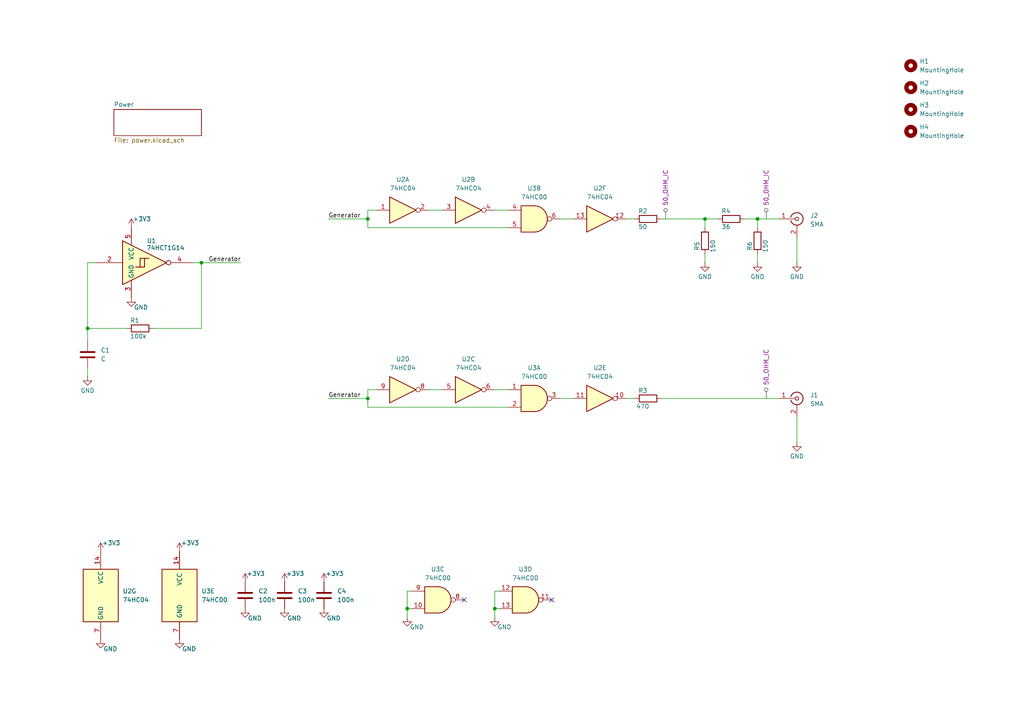
<source format=kicad_sch>
(kicad_sch (version 20250114) (generator "eeschema") (generator_version "9.0")
  (paper "A4")
  (lib_symbols
    (symbol "74xGxx:74AHC1G14"
      (property "Reference" "U" (at 0 3.81 0))
      (property "Value" "74AHC1G14" (at 0 -3.81 0))
      (symbol "74AHC1G14_0_1"
        (polyline (pts (xy -7.62 6.35) (xy -7.62 -6.35) (xy 5.08 0) (xy -7.62 6.35)) (stroke (width 0.254)) (fill (type background)))
      )
      (symbol "74AHC1G14_1_1"
        (polyline (pts (xy -3.81 -1.27) (xy -1.27 -1.27) (xy -1.27 1.27)) (stroke (width 0.254)))
        (polyline (pts (xy -2.54 -1.27) (xy -2.54 1.27) (xy 0 1.27)) (stroke (width 0.254)))
        (pin input line (at -15.24 0 0) (length 7.62) (name "~") (number "2"))
        (pin no_connect line (at -7.62 5.08 180) (length 5.08) (hide yes) (name "NC") (number "1"))
        (pin power_in line (at -5.08 10.16 270) (length 5.08) (name "VCC") (number "5"))
        (pin power_in line (at -5.08 -10.16 90) (length 5.08) (name "GND") (number "3"))
        (pin output inverted (at 12.7 0 180) (length 7.62) (name "~") (number "4"))
      )
    )
    (symbol "74xx:74HC00" (pin_names (offset 1.016))
      (property "Reference" "U" (at 0 1.27 0))
      (property "Value" "74HC00" (at 0 -1.27 0))
      (symbol "74HC00_1_1"
        (arc (start 0 3.81) (mid 3.7934 0) (end 0 -3.81) (stroke (width 0.254)) (fill (type background)))
        (polyline (pts (xy 0 3.81) (xy -3.81 3.81) (xy -3.81 -3.81) (xy 0 -3.81)) (stroke (width 0.254)) (fill (type background)))
        (pin input line (at -7.62 2.54 0) (length 3.81) (name "~") (number "1"))
        (pin input line (at -7.62 -2.54 0) (length 3.81) (name "~") (number "2"))
        (pin output inverted (at 7.62 0 180) (length 3.81) (name "~") (number "3"))
      )
      (symbol "74HC00_1_2"
        (arc (start -3.81 3.81) (mid -2.589 0) (end -3.81 -3.81) (stroke (width 0.254)))
        (polyline (pts (xy -3.81 3.81) (xy -0.635 3.81)) (stroke (width 0.254)) (fill (type background)))
        (polyline (pts (xy -3.81 -3.81) (xy -0.635 -3.81)) (stroke (width 0.254)) (fill (type background)))
        (arc (start 3.81 0) (mid 2.1855 -2.584) (end -0.6096 -3.81) (stroke (width 0.254)) (fill (type background)))
        (arc (start -0.6096 3.81) (mid 2.1928 2.5924) (end 3.81 0) (stroke (width 0.254)) (fill (type background)))
        (polyline (pts (xy -0.635 3.81) (xy -3.81 3.81) (xy -3.81 3.81) (xy -3.556 3.4036) (xy -3.0226 2.2606) (xy -2.6924 1.0414) (xy -2.6162 -0.254) (xy -2.7686 -1.4986) (xy -3.175 -2.7178) (xy -3.81 -3.81) (xy -3.81 -3.81) (xy -0.635 -3.81)) (stroke (width -25.4)) (fill (type background)))
        (pin input inverted (at -7.62 2.54 0) (length 4.318) (name "~") (number "1"))
        (pin input inverted (at -7.62 -2.54 0) (length 4.318) (name "~") (number "2"))
        (pin output line (at 7.62 0 180) (length 3.81) (name "~") (number "3"))
      )
      (symbol "74HC00_2_1"
        (arc (start 0 3.81) (mid 3.7934 0) (end 0 -3.81) (stroke (width 0.254)) (fill (type background)))
        (polyline (pts (xy 0 3.81) (xy -3.81 3.81) (xy -3.81 -3.81) (xy 0 -3.81)) (stroke (width 0.254)) (fill (type background)))
        (pin input line (at -7.62 2.54 0) (length 3.81) (name "~") (number "4"))
        (pin input line (at -7.62 -2.54 0) (length 3.81) (name "~") (number "5"))
        (pin output inverted (at 7.62 0 180) (length 3.81) (name "~") (number "6"))
      )
      (symbol "74HC00_2_2"
        (arc (start -3.81 3.81) (mid -2.589 0) (end -3.81 -3.81) (stroke (width 0.254)))
        (polyline (pts (xy -3.81 3.81) (xy -0.635 3.81)) (stroke (width 0.254)) (fill (type background)))
        (polyline (pts (xy -3.81 -3.81) (xy -0.635 -3.81)) (stroke (width 0.254)) (fill (type background)))
        (arc (start 3.81 0) (mid 2.1855 -2.584) (end -0.6096 -3.81) (stroke (width 0.254)) (fill (type background)))
        (arc (start -0.6096 3.81) (mid 2.1928 2.5924) (end 3.81 0) (stroke (width 0.254)) (fill (type background)))
        (polyline (pts (xy -0.635 3.81) (xy -3.81 3.81) (xy -3.81 3.81) (xy -3.556 3.4036) (xy -3.0226 2.2606) (xy -2.6924 1.0414) (xy -2.6162 -0.254) (xy -2.7686 -1.4986) (xy -3.175 -2.7178) (xy -3.81 -3.81) (xy -3.81 -3.81) (xy -0.635 -3.81)) (stroke (width -25.4)) (fill (type background)))
        (pin input inverted (at -7.62 2.54 0) (length 4.318) (name "~") (number "4"))
        (pin input inverted (at -7.62 -2.54 0) (length 4.318) (name "~") (number "5"))
        (pin output line (at 7.62 0 180) (length 3.81) (name "~") (number "6"))
      )
      (symbol "74HC00_3_1"
        (arc (start 0 3.81) (mid 3.7934 0) (end 0 -3.81) (stroke (width 0.254)) (fill (type background)))
        (polyline (pts (xy 0 3.81) (xy -3.81 3.81) (xy -3.81 -3.81) (xy 0 -3.81)) (stroke (width 0.254)) (fill (type background)))
        (pin input line (at -7.62 2.54 0) (length 3.81) (name "~") (number "9"))
        (pin input line (at -7.62 -2.54 0) (length 3.81) (name "~") (number "10"))
        (pin output inverted (at 7.62 0 180) (length 3.81) (name "~") (number "8"))
      )
      (symbol "74HC00_3_2"
        (arc (start -3.81 3.81) (mid -2.589 0) (end -3.81 -3.81) (stroke (width 0.254)))
        (polyline (pts (xy -3.81 3.81) (xy -0.635 3.81)) (stroke (width 0.254)) (fill (type background)))
        (polyline (pts (xy -3.81 -3.81) (xy -0.635 -3.81)) (stroke (width 0.254)) (fill (type background)))
        (arc (start 3.81 0) (mid 2.1855 -2.584) (end -0.6096 -3.81) (stroke (width 0.254)) (fill (type background)))
        (arc (start -0.6096 3.81) (mid 2.1928 2.5924) (end 3.81 0) (stroke (width 0.254)) (fill (type background)))
        (polyline (pts (xy -0.635 3.81) (xy -3.81 3.81) (xy -3.81 3.81) (xy -3.556 3.4036) (xy -3.0226 2.2606) (xy -2.6924 1.0414) (xy -2.6162 -0.254) (xy -2.7686 -1.4986) (xy -3.175 -2.7178) (xy -3.81 -3.81) (xy -3.81 -3.81) (xy -0.635 -3.81)) (stroke (width -25.4)) (fill (type background)))
        (pin input inverted (at -7.62 2.54 0) (length 4.318) (name "~") (number "9"))
        (pin input inverted (at -7.62 -2.54 0) (length 4.318) (name "~") (number "10"))
        (pin output line (at 7.62 0 180) (length 3.81) (name "~") (number "8"))
      )
      (symbol "74HC00_4_1"
        (arc (start 0 3.81) (mid 3.7934 0) (end 0 -3.81) (stroke (width 0.254)) (fill (type background)))
        (polyline (pts (xy 0 3.81) (xy -3.81 3.81) (xy -3.81 -3.81) (xy 0 -3.81)) (stroke (width 0.254)) (fill (type background)))
        (pin input line (at -7.62 2.54 0) (length 3.81) (name "~") (number "12"))
        (pin input line (at -7.62 -2.54 0) (length 3.81) (name "~") (number "13"))
        (pin output inverted (at 7.62 0 180) (length 3.81) (name "~") (number "11"))
      )
      (symbol "74HC00_4_2"
        (arc (start -3.81 3.81) (mid -2.589 0) (end -3.81 -3.81) (stroke (width 0.254)))
        (polyline (pts (xy -3.81 3.81) (xy -0.635 3.81)) (stroke (width 0.254)) (fill (type background)))
        (polyline (pts (xy -3.81 -3.81) (xy -0.635 -3.81)) (stroke (width 0.254)) (fill (type background)))
        (arc (start 3.81 0) (mid 2.1855 -2.584) (end -0.6096 -3.81) (stroke (width 0.254)) (fill (type background)))
        (arc (start -0.6096 3.81) (mid 2.1928 2.5924) (end 3.81 0) (stroke (width 0.254)) (fill (type background)))
        (polyline (pts (xy -0.635 3.81) (xy -3.81 3.81) (xy -3.81 3.81) (xy -3.556 3.4036) (xy -3.0226 2.2606) (xy -2.6924 1.0414) (xy -2.6162 -0.254) (xy -2.7686 -1.4986) (xy -3.175 -2.7178) (xy -3.81 -3.81) (xy -3.81 -3.81) (xy -0.635 -3.81)) (stroke (width -25.4)) (fill (type background)))
        (pin input inverted (at -7.62 2.54 0) (length 4.318) (name "~") (number "12"))
        (pin input inverted (at -7.62 -2.54 0) (length 4.318) (name "~") (number "13"))
        (pin output line (at 7.62 0 180) (length 3.81) (name "~") (number "11"))
      )
      (symbol "74HC00_5_0"
        (pin power_in line (at 0 12.7 270) (length 5.08) (name "VCC") (number "14"))
        (pin power_in line (at 0 -12.7 90) (length 5.08) (name "GND") (number "7"))
      )
      (symbol "74HC00_5_1"
        (rectangle (start -5.08 7.62) (end 5.08 -7.62) (stroke (width 0.254)) (fill (type background)))
      )
    )
    (symbol "74xx:74HC04"
      (property "Reference" "U" (at 0 1.27 0))
      (property "Value" "74HC04" (at 0 -1.27 0))
      (symbol "74HC04_1_0"
        (polyline (pts (xy -3.81 3.81) (xy -3.81 -3.81) (xy 3.81 0) (xy -3.81 3.81)) (stroke (width 0.254)) (fill (type background)))
        (pin input line (at -7.62 0 0) (length 3.81) (name "~") (number "1"))
        (pin output inverted (at 7.62 0 180) (length 3.81) (name "~") (number "2"))
      )
      (symbol "74HC04_2_0"
        (polyline (pts (xy -3.81 3.81) (xy -3.81 -3.81) (xy 3.81 0) (xy -3.81 3.81)) (stroke (width 0.254)) (fill (type background)))
        (pin input line (at -7.62 0 0) (length 3.81) (name "~") (number "3"))
        (pin output inverted (at 7.62 0 180) (length 3.81) (name "~") (number "4"))
      )
      (symbol "74HC04_3_0"
        (polyline (pts (xy -3.81 3.81) (xy -3.81 -3.81) (xy 3.81 0) (xy -3.81 3.81)) (stroke (width 0.254)) (fill (type background)))
        (pin input line (at -7.62 0 0) (length 3.81) (name "~") (number "5"))
        (pin output inverted (at 7.62 0 180) (length 3.81) (name "~") (number "6"))
      )
      (symbol "74HC04_4_0"
        (polyline (pts (xy -3.81 3.81) (xy -3.81 -3.81) (xy 3.81 0) (xy -3.81 3.81)) (stroke (width 0.254)) (fill (type background)))
        (pin input line (at -7.62 0 0) (length 3.81) (name "~") (number "9"))
        (pin output inverted (at 7.62 0 180) (length 3.81) (name "~") (number "8"))
      )
      (symbol "74HC04_5_0"
        (polyline (pts (xy -3.81 3.81) (xy -3.81 -3.81) (xy 3.81 0) (xy -3.81 3.81)) (stroke (width 0.254)) (fill (type background)))
        (pin input line (at -7.62 0 0) (length 3.81) (name "~") (number "11"))
        (pin output inverted (at 7.62 0 180) (length 3.81) (name "~") (number "10"))
      )
      (symbol "74HC04_6_0"
        (polyline (pts (xy -3.81 3.81) (xy -3.81 -3.81) (xy 3.81 0) (xy -3.81 3.81)) (stroke (width 0.254)) (fill (type background)))
        (pin input line (at -7.62 0 0) (length 3.81) (name "~") (number "13"))
        (pin output inverted (at 7.62 0 180) (length 3.81) (name "~") (number "12"))
      )
      (symbol "74HC04_7_0"
        (pin power_in line (at 0 12.7 270) (length 5.08) (name "VCC") (number "14"))
        (pin power_in line (at 0 -12.7 90) (length 5.08) (name "GND") (number "7"))
      )
      (symbol "74HC04_7_1"
        (rectangle (start -5.08 7.62) (end 5.08 -7.62) (stroke (width 0.254)) (fill (type background)))
      )
    )
    (symbol "Connector:Conn_Coaxial" (pin_names (offset 1.016) (hide yes))
      (property "Reference" "J" (at 0.254 3.048 0))
      (property "Value" "Conn_Coaxial" (at 2.921 0 90))
      (symbol "Conn_Coaxial_0_1"
        (polyline (pts (xy -2.54 0) (xy -0.508 0)))
        (arc (start 1.778 0) (mid 0.222 -1.8079) (end -1.778 -0.508) (stroke (width 0.254)))
        (arc (start -1.778 0.508) (mid 0.2221 1.8084) (end 1.778 0) (stroke (width 0.254)))
        (circle (center 0 0) (radius 0.508) (stroke (width 0.2032)))
        (polyline (pts (xy 0 -2.54) (xy 0 -1.778)))
      )
      (symbol "Conn_Coaxial_1_1"
        (pin passive line (at -5.08 0 0) (length 2.54) (name "In") (number "1"))
        (pin passive line (at 0 -5.08 90) (length 2.54) (name "Ext") (number "2"))
      )
    )
    (symbol "Device:C" (pin_numbers (hide yes)) (pin_names (offset 0.254))
      (property "Reference" "C" (at 0.635 2.54 0))
      (property "Value" "C" (at 0.635 -2.54 0))
      (symbol "C_0_1"
        (polyline (pts (xy -2.032 0.762) (xy 2.032 0.762)) (stroke (width 0.508)))
        (polyline (pts (xy -2.032 -0.762) (xy 2.032 -0.762)) (stroke (width 0.508)))
      )
      (symbol "C_1_1"
        (pin passive line (at 0 3.81 270) (length 2.794) (name "~") (number "1"))
        (pin passive line (at 0 -3.81 90) (length 2.794) (name "~") (number "2"))
      )
    )
    (symbol "Device:R" (pin_numbers (hide yes)) (pin_names (offset 0))
      (property "Reference" "R" (at 2.032 0 90))
      (property "Value" "R" (at 0 0 90))
      (symbol "R_0_1"
        (rectangle (start -1.016 -2.54) (end 1.016 2.54) (stroke (width 0.254)))
      )
      (symbol "R_1_1"
        (pin passive line (at 0 3.81 270) (length 1.27) (name "~") (number "1"))
        (pin passive line (at 0 -3.81 90) (length 1.27) (name "~") (number "2"))
      )
    )
    (symbol "Mechanical:MountingHole" (pin_names (offset 1.016)) (in_bom no)
      (property "Reference" "H" (at 0 5.08 0))
      (property "Value" "MountingHole" (at 0 3.175 0))
      (symbol "MountingHole_0_1"
        (circle (center 0 0) (radius 1.27) (stroke (width 1.27)))
      )
    )
    (symbol "power:+3V3" (power) (pin_numbers (hide yes)) (pin_names (offset 0) (hide yes))
      (property "Value" "+3V3" (at 0 3.556 0))
      (symbol "+3V3_0_1"
        (polyline (pts (xy -0.762 1.27) (xy 0 2.54)))
        (polyline (pts (xy 0 2.54) (xy 0.762 1.27)))
        (polyline (pts (xy 0 0) (xy 0 2.54)))
      )
      (symbol "+3V3_1_1"
        (pin power_in line (at 0 0 90) (length 0) (name "~") (number "1"))
      )
    )
    (symbol "power:GND" (power) (pin_numbers (hide yes)) (pin_names (offset 0) (hide yes))
      (property "Value" "GND" (at 0 -3.81 0))
      (symbol "GND_0_1"
        (polyline (pts (xy 0 0) (xy 0 -1.27) (xy 1.27 -1.27) (xy 0 -2.54) (xy -1.27 -1.27) (xy 0 -1.27)))
      )
      (symbol "GND_1_1"
        (pin power_in line (at 0 0 270) (length 0) (name "~") (number "1"))
      )
    )
  )
  (junction (at 106.68 115.57))
  (junction (at 204.47 63.5))
  (junction (at 106.68 63.5))
  (junction (at 219.71 63.5))
  (junction (at 58.42 76.2))
  (junction (at 25.4 95.25))
  (junction (at 143.51 176.53))
  (junction (at 118.11 176.53))
  (no_connect (at 160.02 173.99))
  (no_connect (at 134.62 173.99))
  (wire (pts (xy 204.47 63.5) (xy 208.28 63.5)))
  (wire (pts (xy 231.14 128.27) (xy 231.14 120.65)))
  (wire (pts (xy 219.71 63.5) (xy 226.06 63.5)))
  (wire (pts (xy 147.32 118.11) (xy 106.68 118.11)))
  (wire (pts (xy 124.46 113.03) (xy 128.27 113.03)))
  (wire (pts (xy 143.51 176.53) (xy 143.51 179.07)))
  (wire (pts (xy 36.83 95.25) (xy 25.4 95.25)))
  (wire (pts (xy 106.68 115.57) (xy 106.68 113.03)))
  (wire (pts (xy 106.68 66.04) (xy 106.68 63.5)))
  (wire (pts (xy 25.4 95.25) (xy 25.4 99.06)))
  (wire (pts (xy 119.38 171.45) (xy 118.11 171.45)))
  (wire (pts (xy 25.4 76.2) (xy 27.94 76.2)))
  (wire (pts (xy 219.71 63.5) (xy 219.71 66.04)))
  (wire (pts (xy 147.32 66.04) (xy 106.68 66.04)))
  (wire (pts (xy 162.56 115.57) (xy 166.37 115.57)))
  (wire (pts (xy 58.42 76.2) (xy 69.85 76.2)))
  (wire (pts (xy 184.15 115.57) (xy 181.61 115.57)))
  (wire (pts (xy 118.11 171.45) (xy 118.11 176.53)))
  (wire (pts (xy 44.45 95.25) (xy 58.42 95.25)))
  (wire (pts (xy 106.68 118.11) (xy 106.68 115.57)))
  (wire (pts (xy 106.68 63.5) (xy 106.68 60.96)))
  (wire (pts (xy 58.42 76.2) (xy 58.42 95.25)))
  (wire (pts (xy 215.9 63.5) (xy 219.71 63.5)))
  (wire (pts (xy 25.4 106.68) (xy 25.4 109.22)))
  (wire (pts (xy 204.47 63.5) (xy 204.47 66.04)))
  (wire (pts (xy 143.51 113.03) (xy 147.32 113.03)))
  (wire (pts (xy 226.06 115.57) (xy 191.77 115.57)))
  (wire (pts (xy 184.15 63.5) (xy 181.61 63.5)))
  (wire (pts (xy 162.56 63.5) (xy 166.37 63.5)))
  (wire (pts (xy 95.25 115.57) (xy 106.68 115.57)))
  (wire (pts (xy 144.78 171.45) (xy 143.51 171.45)))
  (wire (pts (xy 95.25 63.5) (xy 106.68 63.5)))
  (wire (pts (xy 219.71 76.2) (xy 219.71 73.66)))
  (wire (pts (xy 118.11 176.53) (xy 119.38 176.53)))
  (wire (pts (xy 118.11 176.53) (xy 118.11 179.07)))
  (wire (pts (xy 231.14 76.2) (xy 231.14 68.58)))
  (wire (pts (xy 191.77 63.5) (xy 204.47 63.5)))
  (wire (pts (xy 58.42 76.2) (xy 55.88 76.2)))
  (wire (pts (xy 143.51 176.53) (xy 144.78 176.53)))
  (wire (pts (xy 106.68 113.03) (xy 109.22 113.03)))
  (wire (pts (xy 143.51 60.96) (xy 147.32 60.96)))
  (wire (pts (xy 25.4 95.25) (xy 25.4 76.2)))
  (wire (pts (xy 124.46 60.96) (xy 128.27 60.96)))
  (wire (pts (xy 143.51 171.45) (xy 143.51 176.53)))
  (wire (pts (xy 204.47 76.2) (xy 204.47 73.66)))
  (wire (pts (xy 106.68 60.96) (xy 109.22 60.96)))
  (label "Generator" (at 95.25 63.5 0))
  (label "Generator" (at 69.85 76.2 180))
  (label "Generator" (at 95.25 115.57 0))
  (netclass_flag "" (length 2.54) (shape round) (at 222.25 115.57 0) (property "Netclass" "50_OHM_IC" (at 222.25 111.76 90) (effects (justify left))))
  (netclass_flag "" (length 2.54) (shape round) (at 193.04 63.5 0) (property "Netclass" "50_OHM_IC" (at 193.04 59.69 90) (effects (justify left))))
  (netclass_flag "" (length 2.54) (shape round) (at 222.25 63.5 0) (property "Netclass" "50_OHM_IC" (at 222.25 59.69 90) (effects (justify left))))
  (symbol (lib_id "power:+3V3") (at 29.21 160.02 0) (unit 1)
    (property "Reference" "#PWR06" (effects (hide yes)))
    (property "Value" "+3V3" (at 32.258 157.48 0))
    (property "Description" "Power symbol creates a global label with name \"+3V3\"" (effects (hide yes)))
  )
  (symbol (lib_id "Device:C") (at 25.4 102.87 0) (unit 1)
    (property "Reference" "C1" (at 29.21 101.5999 0) (effects (justify left)))
    (property "Value" "C" (at 29.21 104.1399 0) (effects (justify left)))
    (property "Footprint" "Capacitor_SMD:C_0805_2012Metric_Pad1.18x1.45mm_HandSolder" (effects (hide yes)))
    (property "Description" "Unpolarized capacitor" (effects (hide yes)))
  )
  (symbol (lib_id "power:+3V3") (at 71.12 168.91 0) (unit 1)
    (property "Reference" "#PWR010" (effects (hide yes)))
    (property "Value" "+3V3" (at 74.168 166.37 0))
    (property "Description" "Power symbol creates a global label with name \"+3V3\"" (effects (hide yes)))
  )
  (symbol (lib_id "power:+3V3") (at 38.1 66.04 0) (unit 1)
    (property "Reference" "#PWR02" (effects (hide yes)))
    (property "Value" "+3V3" (at 41.148 63.5 0))
    (property "Description" "Power symbol creates a global label with name \"+3V3\"" (effects (hide yes)))
  )
  (symbol (lib_id "power:GND") (at 143.51 179.07 0) (unit 1)
    (property "Reference" "#PWR015" (effects (hide yes)))
    (property "Value" "GND" (at 146.304 181.864 0))
    (property "Description" "Power symbol creates a global label with name \"GND\" , ground" (effects (hide yes)))
  )
  (symbol (lib_id "power:GND") (at 231.14 128.27 0) (unit 1)
    (property "Reference" "#PWR019" (effects (hide yes)))
    (property "Value" "GND" (at 231.14 132.334 0))
    (property "Description" "Power symbol creates a global label with name \"GND\" , ground" (effects (hide yes)))
  )
  (symbol (lib_id "power:GND") (at 52.07 185.42 0) (unit 1)
    (property "Reference" "#PWR05" (effects (hide yes)))
    (property "Value" "GND" (at 54.864 188.214 0))
    (property "Description" "Power symbol creates a global label with name \"GND\" , ground" (effects (hide yes)))
  )
  (symbol (lib_id "power:GND") (at 71.12 176.53 0) (unit 1)
    (property "Reference" "#PWR08" (effects (hide yes)))
    (property "Value" "GND" (at 73.914 179.324 0))
    (property "Description" "Power symbol creates a global label with name \"GND\" , ground" (effects (hide yes)))
  )
  (symbol (lib_id "power:GND") (at 29.21 185.42 0) (unit 1)
    (property "Reference" "#PWR04" (effects (hide yes)))
    (property "Value" "GND" (at 32.004 188.214 0))
    (property "Description" "Power symbol creates a global label with name \"GND\" , ground" (effects (hide yes)))
  )
  (symbol (lib_id "power:GND") (at 231.14 76.2 0) (unit 1)
    (property "Reference" "#PWR018" (effects (hide yes)))
    (property "Value" "GND" (at 231.14 80.264 0))
    (property "Description" "Power symbol creates a global label with name \"GND\" , ground" (effects (hide yes)))
  )
  (symbol (lib_id "74xx:74HC04") (at 135.89 113.03 0) (unit 3)
    (property "Reference" "U2" (at 135.89 104.14 0))
    (property "Value" "74HC04" (at 135.89 106.68 0))
    (property "Footprint" "Package_SO:SOIC-14_3.9x8.7mm_P1.27mm" (effects (hide yes)))
    (property "Datasheet" "https://assets.nexperia.com/documents/data-sheet/74HC_HCT04.pdf" (effects (hide yes)))
    (property "Description" "Hex Inverter" (effects (hide yes)))
  )
  (symbol (lib_id "74xx:74HC00") (at 52.07 172.72 0) (unit 5)
    (property "Reference" "U3" (at 58.42 171.4499 0) (effects (justify left)))
    (property "Value" "74HC00" (at 58.42 173.9899 0) (effects (justify left)))
    (property "Footprint" "Package_SO:SOIC-14_3.9x8.7mm_P1.27mm" (effects (hide yes)))
    (property "Datasheet" "http://www.ti.com/lit/gpn/sn74hc00" (effects (hide yes)))
    (property "Description" "quad 2-input NAND gate" (effects (hide yes)))
  )
  (symbol (lib_id "74xx:74HC00") (at 127 173.99 0) (unit 3)
    (property "Reference" "U3" (at 126.9917 165.1 0))
    (property "Value" "74HC00" (at 126.9917 167.64 0))
    (property "Footprint" "Package_SO:SOIC-14_3.9x8.7mm_P1.27mm" (effects (hide yes)))
    (property "Datasheet" "http://www.ti.com/lit/gpn/sn74hc00" (effects (hide yes)))
    (property "Description" "quad 2-input NAND gate" (effects (hide yes)))
  )
  (symbol (lib_id "power:GND") (at 219.71 76.2 0) (unit 1)
    (property "Reference" "#PWR017" (effects (hide yes)))
    (property "Value" "GND" (at 219.71 80.264 0))
    (property "Description" "Power symbol creates a global label with name \"GND\" , ground" (effects (hide yes)))
  )
  (symbol (lib_id "Device:R") (at 204.47 69.85 180) (unit 1)
    (property "Reference" "R5" (at 202.184 71.374 90))
    (property "Value" "150" (at 206.756 71.374 90))
    (property "Footprint" "Resistor_SMD:R_0603_1608Metric_Pad0.98x0.95mm_HandSolder" (effects (hide yes)))
    (property "Description" "Resistor" (effects (hide yes)))
  )
  (symbol (lib_id "74xx:74HC04") (at 116.84 113.03 0) (unit 4)
    (property "Reference" "U2" (at 116.84 104.14 0))
    (property "Value" "74HC04" (at 116.84 106.68 0))
    (property "Footprint" "Package_SO:SOIC-14_3.9x8.7mm_P1.27mm" (effects (hide yes)))
    (property "Datasheet" "https://assets.nexperia.com/documents/data-sheet/74HC_HCT04.pdf" (effects (hide yes)))
    (property "Description" "Hex Inverter" (effects (hide yes)))
  )
  (symbol (lib_id "Device:C") (at 71.12 172.72 0) (unit 1)
    (property "Reference" "C2" (at 74.93 171.4499 0) (effects (justify left)))
    (property "Value" "100n" (at 74.93 173.9899 0) (effects (justify left)))
    (property "Footprint" "Capacitor_SMD:C_0805_2012Metric_Pad1.18x1.45mm_HandSolder" (effects (hide yes)))
    (property "Description" "Unpolarized capacitor" (effects (hide yes)))
  )
  (symbol (lib_id "74xx:74HC00") (at 152.4 173.99 0) (unit 4)
    (property "Reference" "U3" (at 152.3917 165.1 0))
    (property "Value" "74HC00" (at 152.3917 167.64 0))
    (property "Footprint" "Package_SO:SOIC-14_3.9x8.7mm_P1.27mm" (effects (hide yes)))
    (property "Datasheet" "http://www.ti.com/lit/gpn/sn74hc00" (effects (hide yes)))
    (property "Description" "quad 2-input NAND gate" (effects (hide yes)))
  )
  (symbol (lib_id "Mechanical:MountingHole") (at 264.16 19.05 0) (unit 1) (in_bom no)
    (property "Reference" "H1" (at 266.7 17.7799 0) (effects (justify left)))
    (property "Value" "MountingHole" (at 266.7 20.3199 0) (effects (justify left)))
    (property "Footprint" "MountingHole:MountingHole_3.2mm_M3_DIN965" (effects (hide yes)))
    (property "Description" "Mounting Hole without connection" (effects (hide yes)))
  )
  (symbol (lib_id "power:GND") (at 118.11 179.07 0) (unit 1)
    (property "Reference" "#PWR014" (effects (hide yes)))
    (property "Value" "GND" (at 120.904 181.864 0))
    (property "Description" "Power symbol creates a global label with name \"GND\" , ground" (effects (hide yes)))
  )
  (symbol (lib_id "power:+3V3") (at 93.98 168.91 0) (unit 1)
    (property "Reference" "#PWR012" (effects (hide yes)))
    (property "Value" "+3V3" (at 97.028 166.37 0))
    (property "Description" "Power symbol creates a global label with name \"+3V3\"" (effects (hide yes)))
  )
  (symbol (lib_id "Connector:Conn_Coaxial") (at 231.14 63.5 0) (unit 1)
    (property "Reference" "J2" (at 234.95 62.5231 0) (effects (justify left)))
    (property "Value" "SMA" (at 234.95 65.0631 0) (effects (justify left)))
    (property "Footprint" "Connector_Coaxial:SMA_Amphenol_132289_EdgeMount" (effects (hide yes)))
    (property "Description" "coaxial connector (BNC, SMA, SMB, SMC, Cinch/RCA, LEMO, ...)" (effects (hide yes)))
  )
  (symbol (lib_id "Device:R") (at 187.96 63.5 90) (unit 1)
    (property "Reference" "R2" (at 186.436 61.214 90))
    (property "Value" "50" (at 186.436 65.786 90))
    (property "Footprint" "Resistor_SMD:R_0603_1608Metric_Pad0.98x0.95mm_HandSolder" (effects (hide yes)))
    (property "Description" "Resistor" (effects (hide yes)))
  )
  (symbol (lib_id "74xx:74HC04") (at 116.84 60.96 0) (unit 1)
    (property "Reference" "U2" (at 116.84 52.07 0))
    (property "Value" "74HC04" (at 116.84 54.61 0))
    (property "Footprint" "Package_SO:SOIC-14_3.9x8.7mm_P1.27mm" (effects (hide yes)))
    (property "Datasheet" "https://assets.nexperia.com/documents/data-sheet/74HC_HCT04.pdf" (effects (hide yes)))
    (property "Description" "Hex Inverter" (effects (hide yes)))
  )
  (symbol (lib_id "Mechanical:MountingHole") (at 264.16 25.4 0) (unit 1) (in_bom no)
    (property "Reference" "H2" (at 266.7 24.1299 0) (effects (justify left)))
    (property "Value" "MountingHole" (at 266.7 26.6699 0) (effects (justify left)))
    (property "Footprint" "MountingHole:MountingHole_3.2mm_M3_DIN965" (effects (hide yes)))
    (property "Description" "Mounting Hole without connection" (effects (hide yes)))
  )
  (symbol (lib_id "power:GND") (at 38.1 86.36 0) (unit 1)
    (property "Reference" "#PWR01" (effects (hide yes)))
    (property "Value" "GND" (at 40.894 89.154 0))
    (property "Description" "Power symbol creates a global label with name \"GND\" , ground" (effects (hide yes)))
  )
  (symbol (lib_id "Device:R") (at 212.09 63.5 90) (unit 1)
    (property "Reference" "R4" (at 210.566 61.214 90))
    (property "Value" "36" (at 210.566 65.786 90))
    (property "Footprint" "Resistor_SMD:R_0603_1608Metric_Pad0.98x0.95mm_HandSolder" (effects (hide yes)))
    (property "Description" "Resistor" (effects (hide yes)))
  )
  (symbol (lib_id "74xx:74HC00") (at 154.94 115.57 0) (unit 1)
    (property "Reference" "U3" (at 154.9317 106.68 0))
    (property "Value" "74HC00" (at 154.9317 109.22 0))
    (property "Footprint" "Package_SO:SOIC-14_3.9x8.7mm_P1.27mm" (effects (hide yes)))
    (property "Datasheet" "http://www.ti.com/lit/gpn/sn74hc00" (effects (hide yes)))
    (property "Description" "quad 2-input NAND gate" (effects (hide yes)))
  )
  (symbol (lib_id "Mechanical:MountingHole") (at 264.16 31.75 0) (unit 1) (in_bom no)
    (property "Reference" "H3" (at 266.7 30.4799 0) (effects (justify left)))
    (property "Value" "MountingHole" (at 266.7 33.0199 0) (effects (justify left)))
    (property "Footprint" "MountingHole:MountingHole_3.2mm_M3_DIN965" (effects (hide yes)))
    (property "Description" "Mounting Hole without connection" (effects (hide yes)))
  )
  (symbol (lib_id "Device:R") (at 40.64 95.25 90) (unit 1)
    (property "Reference" "R1" (at 39.116 92.964 90))
    (property "Value" "100k" (at 40.132 97.536 90))
    (property "Footprint" "Resistor_SMD:R_0805_2012Metric_Pad1.20x1.40mm_HandSolder" (effects (hide yes)))
    (property "Description" "Resistor" (effects (hide yes)))
  )
  (symbol (lib_id "power:GND") (at 82.55 176.53 0) (unit 1)
    (property "Reference" "#PWR09" (effects (hide yes)))
    (property "Value" "GND" (at 85.344 179.324 0))
    (property "Description" "Power symbol creates a global label with name \"GND\" , ground" (effects (hide yes)))
  )
  (symbol (lib_id "power:GND") (at 93.98 176.53 0) (unit 1)
    (property "Reference" "#PWR013" (effects (hide yes)))
    (property "Value" "GND" (at 96.774 179.324 0))
    (property "Description" "Power symbol creates a global label with name \"GND\" , ground" (effects (hide yes)))
  )
  (symbol (lib_id "74xx:74HC04") (at 173.99 115.57 0) (unit 5)
    (property "Reference" "U2" (at 173.99 106.68 0))
    (property "Value" "74HC04" (at 173.99 109.22 0))
    (property "Footprint" "Package_SO:SOIC-14_3.9x8.7mm_P1.27mm" (effects (hide yes)))
    (property "Datasheet" "https://assets.nexperia.com/documents/data-sheet/74HC_HCT04.pdf" (effects (hide yes)))
    (property "Description" "Hex Inverter" (effects (hide yes)))
  )
  (symbol (lib_id "power:+3V3") (at 52.07 160.02 0) (unit 1)
    (property "Reference" "#PWR07" (effects (hide yes)))
    (property "Value" "+3V3" (at 55.118 157.48 0))
    (property "Description" "Power symbol creates a global label with name \"+3V3\"" (effects (hide yes)))
  )
  (symbol (lib_id "74xx:74HC00") (at 154.94 63.5 0) (unit 2)
    (property "Reference" "U3" (at 154.9317 54.61 0))
    (property "Value" "74HC00" (at 154.9317 57.15 0))
    (property "Footprint" "Package_SO:SOIC-14_3.9x8.7mm_P1.27mm" (effects (hide yes)))
    (property "Datasheet" "http://www.ti.com/lit/gpn/sn74hc00" (effects (hide yes)))
    (property "Description" "quad 2-input NAND gate" (effects (hide yes)))
  )
  (symbol (lib_id "74xx:74HC04") (at 29.21 172.72 0) (unit 7)
    (property "Reference" "U2" (at 35.56 171.4499 0) (effects (justify left)))
    (property "Value" "74HC04" (at 35.56 173.9899 0) (effects (justify left)))
    (property "Footprint" "Package_SO:SOIC-14_3.9x8.7mm_P1.27mm" (effects (hide yes)))
    (property "Datasheet" "https://assets.nexperia.com/documents/data-sheet/74HC_HCT04.pdf" (effects (hide yes)))
    (property "Description" "Hex Inverter" (effects (hide yes)))
  )
  (symbol (lib_id "Mechanical:MountingHole") (at 264.16 38.1 0) (unit 1) (in_bom no)
    (property "Reference" "H4" (at 266.7 36.8299 0) (effects (justify left)))
    (property "Value" "MountingHole" (at 266.7 39.3699 0) (effects (justify left)))
    (property "Footprint" "MountingHole:MountingHole_3.2mm_M3_DIN965" (effects (hide yes)))
    (property "Description" "Mounting Hole without connection" (effects (hide yes)))
  )
  (symbol (lib_id "power:GND") (at 25.4 109.22 0) (unit 1)
    (property "Reference" "#PWR03" (effects (hide yes)))
    (property "Value" "GND" (at 25.4 113.284 0))
    (property "Description" "Power symbol creates a global label with name \"GND\" , ground" (effects (hide yes)))
  )
  (symbol (lib_id "Device:C") (at 93.98 172.72 0) (unit 1)
    (property "Reference" "C4" (at 97.79 171.4499 0) (effects (justify left)))
    (property "Value" "100n" (at 97.79 173.9899 0) (effects (justify left)))
    (property "Footprint" "Capacitor_SMD:C_0805_2012Metric_Pad1.18x1.45mm_HandSolder" (effects (hide yes)))
    (property "Description" "Unpolarized capacitor" (effects (hide yes)))
  )
  (symbol (lib_id "74xx:74HC04") (at 173.99 63.5 0) (unit 6)
    (property "Reference" "U2" (at 173.99 54.61 0))
    (property "Value" "74HC04" (at 173.99 57.15 0))
    (property "Footprint" "Package_SO:SOIC-14_3.9x8.7mm_P1.27mm" (effects (hide yes)))
    (property "Datasheet" "https://assets.nexperia.com/documents/data-sheet/74HC_HCT04.pdf" (effects (hide yes)))
    (property "Description" "Hex Inverter" (effects (hide yes)))
  )
  (symbol (lib_id "Device:C") (at 82.55 172.72 0) (unit 1)
    (property "Reference" "C3" (at 86.36 171.4499 0) (effects (justify left)))
    (property "Value" "100n" (at 86.36 173.9899 0) (effects (justify left)))
    (property "Footprint" "Capacitor_SMD:C_0805_2012Metric_Pad1.18x1.45mm_HandSolder" (effects (hide yes)))
    (property "Description" "Unpolarized capacitor" (effects (hide yes)))
  )
  (symbol (lib_id "Device:R") (at 187.96 115.57 90) (unit 1)
    (property "Reference" "R3" (at 186.436 113.284 90))
    (property "Value" "470" (at 186.436 117.856 90))
    (property "Footprint" "Resistor_SMD:R_0603_1608Metric_Pad0.98x0.95mm_HandSolder" (effects (hide yes)))
    (property "Description" "Resistor" (effects (hide yes)))
  )
  (symbol (lib_id "power:GND") (at 204.47 76.2 0) (unit 1)
    (property "Reference" "#PWR016" (effects (hide yes)))
    (property "Value" "GND" (at 204.47 80.264 0))
    (property "Description" "Power symbol creates a global label with name \"GND\" , ground" (effects (hide yes)))
  )
  (symbol (lib_id "Device:R") (at 219.71 69.85 180) (unit 1)
    (property "Reference" "R6" (at 217.424 71.374 90))
    (property "Value" "150" (at 221.996 71.374 90))
    (property "Footprint" "Resistor_SMD:R_0603_1608Metric_Pad0.98x0.95mm_HandSolder" (effects (hide yes)))
    (property "Description" "Resistor" (effects (hide yes)))
  )
  (symbol (lib_id "Connector:Conn_Coaxial") (at 231.14 115.57 0) (unit 1)
    (property "Reference" "J1" (at 234.95 114.5931 0) (effects (justify left)))
    (property "Value" "SMA" (at 234.95 117.1331 0) (effects (justify left)))
    (property "Footprint" "Connector_Coaxial:SMA_Amphenol_132289_EdgeMount" (effects (hide yes)))
    (property "Description" "coaxial connector (BNC, SMA, SMB, SMC, Cinch/RCA, LEMO, ...)" (effects (hide yes)))
  )
  (symbol (lib_id "power:+3V3") (at 82.55 168.91 0) (unit 1)
    (property "Reference" "#PWR011" (effects (hide yes)))
    (property "Value" "+3V3" (at 85.598 166.37 0))
    (property "Description" "Power symbol creates a global label with name \"+3V3\"" (effects (hide yes)))
  )
  (symbol (lib_id "74xx:74HC04") (at 135.89 60.96 0) (unit 2)
    (property "Reference" "U2" (at 135.89 52.07 0))
    (property "Value" "74HC04" (at 135.89 54.61 0))
    (property "Footprint" "Package_SO:SOIC-14_3.9x8.7mm_P1.27mm" (effects (hide yes)))
    (property "Datasheet" "https://assets.nexperia.com/documents/data-sheet/74HC_HCT04.pdf" (effects (hide yes)))
    (property "Description" "Hex Inverter" (effects (hide yes)))
  )
  (symbol (lib_id "74xGxx:74AHC1G14") (at 43.18 76.2 0) (unit 1)
    (property "Reference" "U1" (at 43.942 69.85 0))
    (property "Value" "74HCT1G14" (at 48.006 71.882 0))
    (property "Footprint" "Package_TO_SOT_SMD:SOT-353_SC-70-5_Handsoldering" (effects (hide yes)))
    (property "Datasheet" "https://www.ti.com/lit/ds/symlink/sn74lvc1g14.pdf" (effects (hide yes)))
    (property "Description" "Single Schmitt NOT Gate, Low-Voltage CMOS" (effects (hide yes)))
  )
  (sheet (at 33.02 31.75) (size 25.4 7.62) (stroke (width 0.1524))
    (property "Sheetname" "Power" (at 33.02 31.0384 0) (effects (justify left bottom)))
    (property "Sheetfile" "power.kicad_sch" (at 33.02 39.9546 0) (effects (justify left top)))
  )
)
</source>
